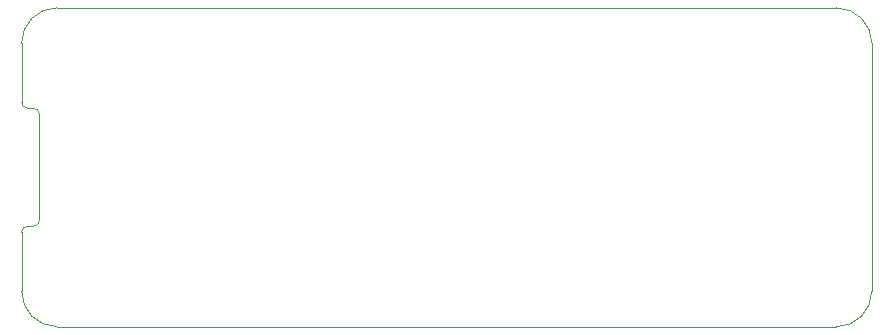
<source format=gbr>
%TF.GenerationSoftware,KiCad,Pcbnew,7.0.1*%
%TF.CreationDate,2023-03-20T19:36:53+01:00*%
%TF.ProjectId,LoRaProMini,4c6f5261-5072-46f4-9d69-6e692e6b6963,3.2*%
%TF.SameCoordinates,Original*%
%TF.FileFunction,Profile,NP*%
%FSLAX46Y46*%
G04 Gerber Fmt 4.6, Leading zero omitted, Abs format (unit mm)*
G04 Created by KiCad (PCBNEW 7.0.1) date 2023-03-20 19:36:53*
%MOMM*%
%LPD*%
G01*
G04 APERTURE LIST*
%TA.AperFunction,Profile*%
%ADD10C,0.050000*%
%TD*%
G04 APERTURE END LIST*
D10*
X99440000Y-85690000D02*
X99940000Y-85690000D01*
X99440000Y-95690000D02*
X99940000Y-95690000D01*
X98940000Y-101188000D02*
G75*
G03*
X101940000Y-104188000I3000000J0D01*
G01*
X101940000Y-77190000D02*
G75*
G03*
X98940000Y-80190000I0J-3000000D01*
G01*
X167930000Y-104190000D02*
G75*
G03*
X170930000Y-101190000I0J3000000D01*
G01*
X170930000Y-80190000D02*
G75*
G03*
X167930000Y-77190000I-3000000J0D01*
G01*
X101940000Y-77190000D02*
X167930000Y-77190000D01*
X170930000Y-80190000D02*
X170930000Y-101190000D01*
X101940000Y-104188000D02*
X167930000Y-104190000D01*
X98940000Y-101188000D02*
X98940000Y-96190000D01*
X98940000Y-85190000D02*
X98940000Y-80190000D01*
X100440000Y-95190000D02*
X100440000Y-86190000D01*
X99440000Y-95690000D02*
G75*
G03*
X98940000Y-96190000I0J-500000D01*
G01*
X100440000Y-86190000D02*
G75*
G03*
X99940000Y-85690000I-500000J0D01*
G01*
X98940000Y-85190000D02*
G75*
G03*
X99440000Y-85690000I500000J0D01*
G01*
X99940000Y-95690000D02*
G75*
G03*
X100440000Y-95190000I0J500000D01*
G01*
M02*

</source>
